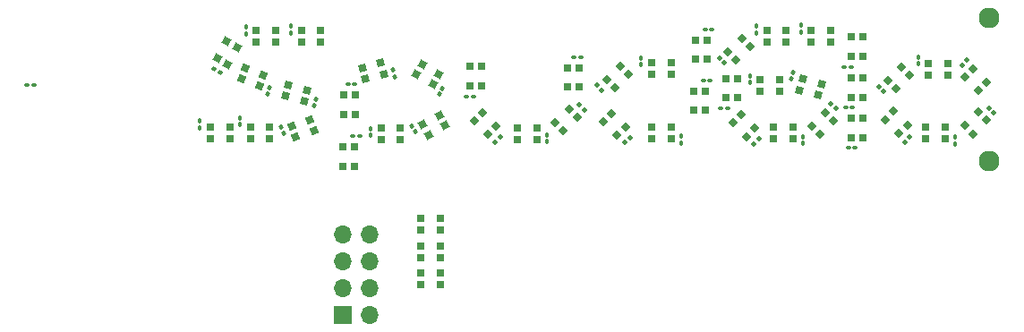
<source format=gbr>
%TF.GenerationSoftware,KiCad,Pcbnew,7.0.2-0*%
%TF.CreationDate,2023-09-28T22:34:41-05:00*%
%TF.ProjectId,spudglo_business_card,73707564-676c-46f5-9f62-7573696e6573,rev?*%
%TF.SameCoordinates,Original*%
%TF.FileFunction,Soldermask,Top*%
%TF.FilePolarity,Negative*%
%FSLAX46Y46*%
G04 Gerber Fmt 4.6, Leading zero omitted, Abs format (unit mm)*
G04 Created by KiCad (PCBNEW 7.0.2-0) date 2023-09-28 22:34:41*
%MOMM*%
%LPD*%
G01*
G04 APERTURE LIST*
G04 Aperture macros list*
%AMRoundRect*
0 Rectangle with rounded corners*
0 $1 Rounding radius*
0 $2 $3 $4 $5 $6 $7 $8 $9 X,Y pos of 4 corners*
0 Add a 4 corners polygon primitive as box body*
4,1,4,$2,$3,$4,$5,$6,$7,$8,$9,$2,$3,0*
0 Add four circle primitives for the rounded corners*
1,1,$1+$1,$2,$3*
1,1,$1+$1,$4,$5*
1,1,$1+$1,$6,$7*
1,1,$1+$1,$8,$9*
0 Add four rect primitives between the rounded corners*
20,1,$1+$1,$2,$3,$4,$5,0*
20,1,$1+$1,$4,$5,$6,$7,0*
20,1,$1+$1,$6,$7,$8,$9,0*
20,1,$1+$1,$8,$9,$2,$3,0*%
%AMRotRect*
0 Rectangle, with rotation*
0 The origin of the aperture is its center*
0 $1 length*
0 $2 width*
0 $3 Rotation angle, in degrees counterclockwise*
0 Add horizontal line*
21,1,$1,$2,0,0,$3*%
G04 Aperture macros list end*
%ADD10RoundRect,0.100000X-0.021213X-0.162635X0.162635X0.021213X0.021213X0.162635X-0.162635X-0.021213X0*%
%ADD11RoundRect,0.100000X0.100000X-0.130000X0.100000X0.130000X-0.100000X0.130000X-0.100000X-0.130000X0*%
%ADD12RoundRect,0.100000X0.162635X-0.021213X-0.021213X0.162635X-0.162635X0.021213X0.021213X-0.162635X0*%
%ADD13RoundRect,0.100000X0.130000X0.100000X-0.130000X0.100000X-0.130000X-0.100000X0.130000X-0.100000X0*%
%ADD14RoundRect,0.100000X-0.162635X0.021213X0.021213X-0.162635X0.162635X-0.021213X-0.021213X0.162635X0*%
%ADD15RoundRect,0.100000X-0.100000X0.130000X-0.100000X-0.130000X0.100000X-0.130000X0.100000X0.130000X0*%
%ADD16RoundRect,0.100000X0.021213X0.162635X-0.162635X-0.021213X-0.021213X-0.162635X0.162635X0.021213X0*%
%ADD17RoundRect,0.100000X0.062946X-0.151452X0.130239X0.099688X-0.062946X0.151452X-0.130239X-0.099688X0*%
%ADD18RoundRect,0.100000X-0.130000X-0.100000X0.130000X-0.100000X0.130000X0.100000X-0.130000X0.100000X0*%
%ADD19R,0.700000X0.700000*%
%ADD20RoundRect,0.100000X0.151603X-0.062583X0.021603X0.162583X-0.151603X0.062583X-0.021603X-0.162583X0*%
%ADD21RoundRect,0.100000X-0.130239X0.099688X-0.062946X-0.151452X0.130239X-0.099688X0.062946X0.151452X0*%
%ADD22RoundRect,0.100000X0.138432X-0.087958X0.049507X0.156362X-0.138432X0.087958X-0.049507X-0.156362X0*%
%ADD23RoundRect,0.100000X-0.162583X-0.021603X0.062583X-0.151603X0.162583X0.021603X-0.062583X0.151603X0*%
%ADD24RoundRect,0.100000X-0.021603X0.162583X-0.151603X-0.062583X0.021603X-0.162583X0.151603X0.062583X0*%
%ADD25RoundRect,0.100000X-0.062946X0.151452X-0.130239X-0.099688X0.062946X-0.151452X0.130239X0.099688X0*%
%ADD26RoundRect,0.100000X-0.049507X0.156362X-0.138432X-0.087958X0.049507X-0.156362X0.138432X0.087958X0*%
%ADD27RotRect,0.700000X0.700000X45.000000*%
%ADD28RotRect,0.700000X0.700000X195.000000*%
%ADD29RotRect,0.700000X0.700000X345.000000*%
%ADD30RotRect,0.700000X0.700000X225.000000*%
%ADD31RotRect,0.700000X0.700000X30.000000*%
%ADD32RotRect,0.700000X0.700000X315.000000*%
%ADD33RotRect,0.700000X0.700000X135.000000*%
%ADD34RotRect,0.700000X0.700000X150.000000*%
%ADD35RotRect,0.700000X0.700000X165.000000*%
%ADD36RotRect,0.700000X0.700000X20.000000*%
%ADD37RotRect,0.700000X0.700000X60.000000*%
%ADD38RotRect,0.700000X0.700000X160.000000*%
%ADD39C,1.959000*%
%ADD40R,1.700000X1.700000*%
%ADD41O,1.700000X1.700000*%
G04 APERTURE END LIST*
D10*
%TO.C,C68*%
X255457452Y-101912548D03*
X255910000Y-101460000D03*
%TD*%
D11*
%TO.C,C67*%
X251290000Y-101815000D03*
X251290000Y-101175000D03*
%TD*%
D12*
%TO.C,C66*%
X243482322Y-106012322D03*
X243029774Y-105559774D03*
%TD*%
D13*
%TO.C,C65*%
X244920000Y-102100000D03*
X244280000Y-102100000D03*
%TD*%
%TO.C,C64*%
X245050000Y-105950000D03*
X244410000Y-105950000D03*
%TD*%
D14*
%TO.C,C63*%
X258007452Y-105977452D03*
X258460000Y-106430000D03*
%TD*%
D13*
%TO.C,C62*%
X233270000Y-105980000D03*
X232630000Y-105980000D03*
%TD*%
D15*
%TO.C,C61*%
X240380000Y-108695000D03*
X240380000Y-109335000D03*
%TD*%
D11*
%TO.C,C60*%
X235350000Y-103580000D03*
X235350000Y-102940000D03*
%TD*%
D13*
%TO.C,C59*%
X245305000Y-109770000D03*
X244665000Y-109770000D03*
%TD*%
D15*
%TO.C,C58*%
X254810000Y-108745000D03*
X254810000Y-109385000D03*
%TD*%
D12*
%TO.C,C57*%
X232970226Y-101710225D03*
X232517678Y-101257677D03*
%TD*%
D16*
%TO.C,C56*%
X236202322Y-108917678D03*
X235749774Y-109370226D03*
%TD*%
D17*
%TO.C,C55*%
X239317885Y-103212340D03*
X239483529Y-102594148D03*
%TD*%
D12*
%TO.C,C54*%
X247992322Y-104442323D03*
X247539774Y-103989775D03*
%TD*%
D16*
%TO.C,C53*%
X250462322Y-108747678D03*
X250009774Y-109200226D03*
%TD*%
D15*
%TO.C,C40*%
X228900000Y-108660000D03*
X228900000Y-109300000D03*
%TD*%
D11*
%TO.C,C39*%
X225060000Y-101900000D03*
X225060000Y-101260000D03*
%TD*%
D18*
%TO.C,C50*%
X230980000Y-103410000D03*
X231620000Y-103410000D03*
%TD*%
D16*
%TO.C,C41*%
X211752551Y-108747455D03*
X211300003Y-109200003D03*
%TD*%
D13*
%TO.C,C42*%
X209190000Y-104900000D03*
X208550000Y-104900000D03*
%TD*%
D11*
%TO.C,C43*%
X240220000Y-98150000D03*
X240220000Y-98790000D03*
%TD*%
D18*
%TO.C,C44*%
X231140000Y-98570000D03*
X231780000Y-98570000D03*
%TD*%
D16*
%TO.C,C45*%
X224024152Y-108769775D03*
X223571604Y-109222323D03*
%TD*%
D15*
%TO.C,C52*%
X216200000Y-108540000D03*
X216200000Y-109180000D03*
%TD*%
D18*
%TO.C,C51*%
X218735000Y-101170000D03*
X219375000Y-101170000D03*
%TD*%
D11*
%TO.C,C38*%
X236000000Y-98220000D03*
X236000000Y-98860000D03*
%TD*%
D12*
%TO.C,C49*%
X221366274Y-104296274D03*
X220913726Y-103843726D03*
%TD*%
D15*
%TO.C,C47*%
X199509996Y-107920001D03*
X199509996Y-108560001D03*
%TD*%
D14*
%TO.C,C46*%
X219257455Y-105697449D03*
X219710003Y-106149997D03*
%TD*%
D19*
%TO.C,D46*%
X188110000Y-107790000D03*
X188110000Y-108890000D03*
X189940000Y-108890000D03*
X189940000Y-107790000D03*
%TD*%
D20*
%TO.C,C25*%
X203719999Y-108254256D03*
X203399999Y-107700000D03*
%TD*%
D21*
%TO.C,C26*%
X201640000Y-102390000D03*
X201805644Y-103008192D03*
%TD*%
D11*
%TO.C,C27*%
X183330000Y-107875000D03*
X183330000Y-107235000D03*
%TD*%
D22*
%TO.C,C28*%
X191040000Y-107820000D03*
X191258892Y-108421404D03*
%TD*%
D18*
%TO.C,C29*%
X166975000Y-103780000D03*
X167615000Y-103780000D03*
%TD*%
D23*
%TO.C,C30*%
X184705740Y-102310001D03*
X185259996Y-102630001D03*
%TD*%
D24*
%TO.C,C31*%
X206300000Y-104142872D03*
X205980000Y-104697128D03*
%TD*%
D18*
%TO.C,C32*%
X197350000Y-103690000D03*
X197990000Y-103690000D03*
%TD*%
D11*
%TO.C,C33*%
X187130000Y-107565000D03*
X187130000Y-106925000D03*
%TD*%
D25*
%TO.C,C34*%
X194292115Y-105177660D03*
X194126471Y-105795852D03*
%TD*%
D26*
%TO.C,C35*%
X189941449Y-104043492D03*
X189722557Y-104644896D03*
%TD*%
D11*
%TO.C,C36*%
X187730000Y-98970000D03*
X187730000Y-98330000D03*
%TD*%
D18*
%TO.C,C37*%
X197825000Y-108660000D03*
X198465000Y-108660000D03*
%TD*%
D11*
%TO.C,C48*%
X191960000Y-98260000D03*
X191960000Y-98900000D03*
%TD*%
D27*
%TO.C,D20*%
X221812183Y-103302183D03*
X222590000Y-104080000D03*
X223884005Y-102785995D03*
X223106188Y-102008178D03*
%TD*%
D28*
%TO.C,D10*%
X200742346Y-102768880D03*
X200457645Y-101706361D03*
X198690000Y-102180000D03*
X198974701Y-103242519D03*
%TD*%
D19*
%TO.C,D16*%
X215220000Y-108980000D03*
X215220000Y-107880000D03*
X213390000Y-107880000D03*
X213390000Y-108980000D03*
%TD*%
%TO.C,D1*%
X192960000Y-98680000D03*
X192960000Y-99780000D03*
X194790000Y-99780000D03*
X194790000Y-98680000D03*
%TD*%
%TO.C,D7*%
X186160000Y-107750000D03*
X186160000Y-108850000D03*
X184330000Y-108850000D03*
X184330000Y-107750000D03*
%TD*%
D29*
%TO.C,D32*%
X240362355Y-103216361D03*
X240077654Y-104278880D03*
X241845299Y-104752519D03*
X242130000Y-103690000D03*
%TD*%
D19*
%TO.C,D34*%
X244990000Y-101110000D03*
X246090000Y-101110000D03*
X246090000Y-99280000D03*
X244990000Y-99280000D03*
%TD*%
D27*
%TO.C,D27*%
X233295995Y-100674005D03*
X234073812Y-101451822D03*
X235367817Y-100157817D03*
X234590000Y-99380000D03*
%TD*%
D30*
%TO.C,D31*%
X243281822Y-107173812D03*
X242504005Y-106395995D03*
X241210000Y-107690000D03*
X241987817Y-108467817D03*
%TD*%
D19*
%TO.C,D8*%
X197990000Y-109680000D03*
X196890000Y-109680000D03*
X196890000Y-111510000D03*
X197990000Y-111510000D03*
%TD*%
%TO.C,D35*%
X244990000Y-104980001D03*
X246090000Y-104980001D03*
X246090000Y-103150001D03*
X244990000Y-103150001D03*
%TD*%
%TO.C,D25*%
X241175000Y-98630000D03*
X241175000Y-99730000D03*
X243005000Y-99730000D03*
X243005000Y-98630000D03*
%TD*%
D31*
%TO.C,D12*%
X204425174Y-107565000D03*
X204975174Y-108517628D03*
X206560000Y-107602628D03*
X206010000Y-106650000D03*
%TD*%
D19*
%TO.C,D33*%
X236360000Y-103280000D03*
X236360000Y-104380000D03*
X238190000Y-104380000D03*
X238190000Y-103280000D03*
%TD*%
D30*
%TO.C,D40*%
X257771822Y-107133812D03*
X256994005Y-106355995D03*
X255700000Y-107650000D03*
X256477817Y-108427817D03*
%TD*%
D19*
%TO.C,D30*%
X239420000Y-108880000D03*
X239420000Y-107780000D03*
X237590000Y-107780000D03*
X237590000Y-108880000D03*
%TD*%
%TO.C,D22*%
X227920000Y-108880000D03*
X227920000Y-107780000D03*
X226090000Y-107780000D03*
X226090000Y-108880000D03*
%TD*%
%TO.C,D26*%
X236960000Y-98680000D03*
X236960000Y-99780000D03*
X238790000Y-99780000D03*
X238790000Y-98680000D03*
%TD*%
%TO.C,D14*%
X208930078Y-103905892D03*
X210030078Y-103905892D03*
X210030078Y-102075892D03*
X208930078Y-102075892D03*
%TD*%
D32*
%TO.C,D41*%
X256483812Y-102258178D03*
X255705995Y-103035995D03*
X257000000Y-104330000D03*
X257777817Y-103552183D03*
%TD*%
D19*
%TO.C,D44*%
X204265000Y-119020000D03*
X204265000Y-120120000D03*
X206095000Y-120120000D03*
X206095000Y-119020000D03*
%TD*%
D33*
%TO.C,D38*%
X249484005Y-108374005D03*
X250261822Y-107596188D03*
X248967817Y-106302183D03*
X248190000Y-107080000D03*
%TD*%
D34*
%TO.C,D11*%
X205407413Y-103713814D03*
X205957413Y-102761186D03*
X204372587Y-101846186D03*
X203822587Y-102798814D03*
%TD*%
D19*
%TO.C,D43*%
X204240000Y-116460000D03*
X204240000Y-117560000D03*
X206070000Y-117560000D03*
X206070000Y-116460000D03*
%TD*%
%TO.C,D9*%
X198090000Y-104779999D03*
X196990000Y-104779999D03*
X196990000Y-106609999D03*
X198090000Y-106609999D03*
%TD*%
D33*
%TO.C,D21*%
X222806188Y-108551822D03*
X223584005Y-107774005D03*
X222290000Y-106480000D03*
X221512183Y-107257817D03*
%TD*%
D35*
%TO.C,D5*%
X193205299Y-105342519D03*
X193490000Y-104280000D03*
X191722355Y-103806361D03*
X191437654Y-104868880D03*
%TD*%
D19*
%TO.C,D23*%
X231190000Y-104380000D03*
X230090000Y-104380000D03*
X230090000Y-106210000D03*
X231190000Y-106210000D03*
%TD*%
D33*
%TO.C,D15*%
X210584005Y-108474005D03*
X211361822Y-107696188D03*
X210067817Y-106402183D03*
X209290000Y-107180000D03*
%TD*%
D19*
%TO.C,D36*%
X244990000Y-108780000D03*
X246090000Y-108780000D03*
X246090000Y-106950000D03*
X244990000Y-106950000D03*
%TD*%
%TO.C,D42*%
X252275000Y-101793109D03*
X252275000Y-102893109D03*
X254105000Y-102893109D03*
X254105000Y-101793109D03*
%TD*%
%TO.C,D24*%
X231290001Y-99549999D03*
X230190001Y-99549999D03*
X230190001Y-101379999D03*
X231290001Y-101379999D03*
%TD*%
D33*
%TO.C,D29*%
X235042183Y-108687817D03*
X235820000Y-107910000D03*
X234525995Y-106615995D03*
X233748178Y-107393812D03*
%TD*%
D19*
%TO.C,D13*%
X200470000Y-107840000D03*
X200470000Y-108940000D03*
X202300000Y-108940000D03*
X202300000Y-107840000D03*
%TD*%
%TO.C,D45*%
X204270000Y-121570000D03*
X204270000Y-122670000D03*
X206100000Y-122670000D03*
X206100000Y-121570000D03*
%TD*%
D36*
%TO.C,D6*%
X192030362Y-107705896D03*
X192406584Y-108739558D03*
X194126222Y-108113662D03*
X193750000Y-107080000D03*
%TD*%
D37*
%TO.C,D3*%
X184980000Y-101290000D03*
X185932628Y-101840000D03*
X186847628Y-100255174D03*
X185895000Y-99705174D03*
%TD*%
D19*
%TO.C,D2*%
X190520000Y-98680000D03*
X190520000Y-99780000D03*
X188690000Y-99780000D03*
X188690000Y-98680000D03*
%TD*%
%TO.C,D39*%
X253820000Y-108930000D03*
X253820000Y-107830000D03*
X251990000Y-107830000D03*
X251990000Y-108930000D03*
%TD*%
%TO.C,D19*%
X226090000Y-101680000D03*
X226090000Y-102780000D03*
X227920000Y-102780000D03*
X227920000Y-101680000D03*
%TD*%
%TO.C,D28*%
X233067813Y-105009998D03*
X234167813Y-105009998D03*
X234167813Y-103179998D03*
X233067813Y-103179998D03*
%TD*%
%TO.C,D18*%
X219190000Y-102180000D03*
X218090000Y-102180000D03*
X218090000Y-104010000D03*
X219190000Y-104010000D03*
%TD*%
D27*
%TO.C,D37*%
X248418178Y-103396188D03*
X249195995Y-104174005D03*
X250490000Y-102880000D03*
X249712183Y-102102183D03*
%TD*%
D30*
%TO.C,D17*%
X219025911Y-106863812D03*
X218248094Y-106085995D03*
X216954089Y-107380000D03*
X217731906Y-108157817D03*
%TD*%
D38*
%TO.C,D4*%
X188993778Y-103883662D03*
X189370000Y-102850000D03*
X187650362Y-102224104D03*
X187274140Y-103257766D03*
%TD*%
D39*
%TO.C,BT1*%
X258000000Y-97440000D03*
X258000000Y-111030000D03*
%TD*%
D40*
%TO.C,J1*%
X196850000Y-125580000D03*
D41*
X199390000Y-125580000D03*
X196850000Y-123040000D03*
X199390000Y-123040000D03*
X196850000Y-120500000D03*
X199390000Y-120500000D03*
X196850000Y-117960000D03*
X199390000Y-117960000D03*
%TD*%
M02*

</source>
